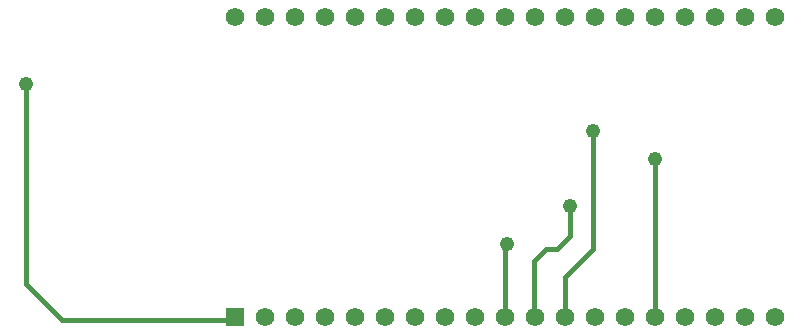
<source format=gbr>
G04 DesignSpark PCB Gerber Version 10.0 Build 5299*
G04 #@! TF.Part,Single*
G04 #@! TF.FileFunction,Copper,L2,Bot*
G04 #@! TF.FilePolarity,Positive*
%FSLAX35Y35*%
%MOIN*%
G04 #@! TA.AperFunction,WasherPad*
%ADD71R,0.06142X0.06142*%
G04 #@! TD.AperFunction*
%ADD16C,0.01500*%
G04 #@! TA.AperFunction,ViaPad*
%ADD17C,0.04800*%
G04 #@! TA.AperFunction,WasherPad*
%ADD70C,0.06142*%
G04 #@! TD.AperFunction*
X0Y0D02*
D02*
D16*
X97100Y85055D02*
Y18126D01*
X108911Y6315D01*
X165565D01*
X166549Y7299D01*
X257337Y31492D02*
X256549D01*
Y7299D01*
X278203Y44307D02*
Y34270D01*
X273870Y29937D01*
X270329D01*
X266392Y26000D01*
Y6315D01*
X266549Y7299D01*
X286077Y69307D02*
Y29937D01*
X276549Y20409D01*
Y7299D01*
X306549Y60055D02*
Y7299D01*
D02*
D17*
X97100Y85055D03*
X257337Y31492D03*
X278203Y44307D03*
X286077Y69307D03*
X306549Y60055D03*
D02*
D70*
X166549Y107299D03*
X176549Y7299D03*
Y107299D03*
X186549Y7299D03*
Y107299D03*
X196549Y7299D03*
Y107299D03*
X206549Y7299D03*
Y107299D03*
X216549Y7299D03*
Y107299D03*
X226549Y7299D03*
Y107299D03*
X236549Y7299D03*
Y107299D03*
X246549Y7299D03*
Y107299D03*
X256549Y7299D03*
Y107299D03*
X266549Y7299D03*
Y107299D03*
X276549Y7299D03*
Y107299D03*
X286549Y7299D03*
Y107299D03*
X296549Y7299D03*
Y107299D03*
X306549Y7299D03*
Y107299D03*
X316549Y7299D03*
Y107299D03*
X326549Y7299D03*
Y107299D03*
X336549Y7299D03*
Y107299D03*
X346549Y7299D03*
Y107299D03*
D02*
D71*
X166549Y7299D03*
X0Y0D02*
M02*

</source>
